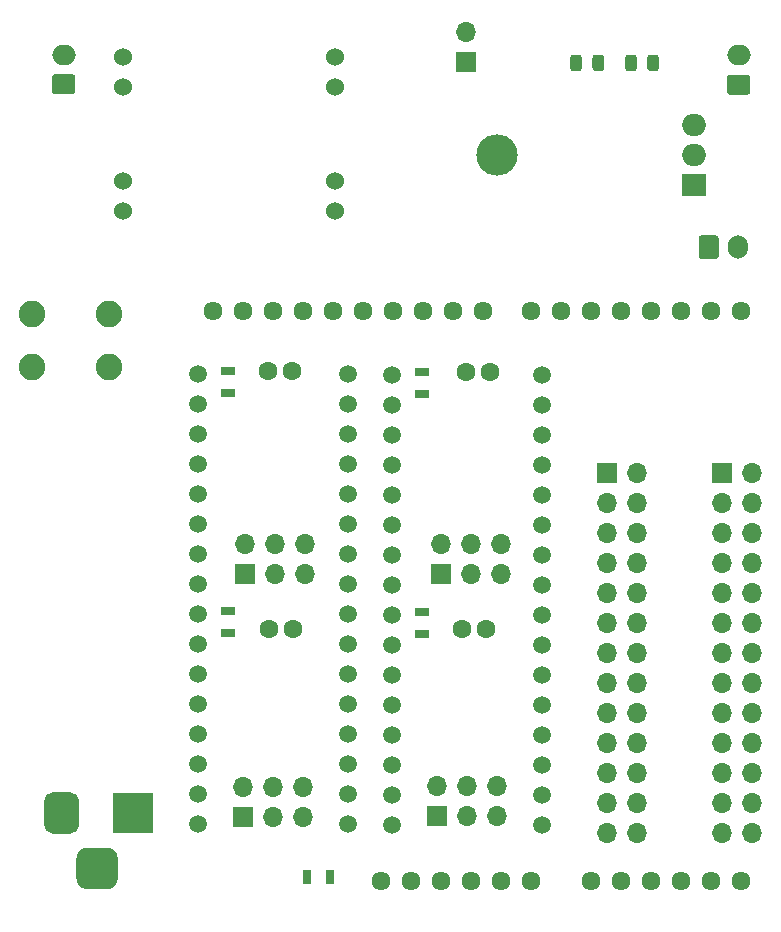
<source format=gts>
%TF.GenerationSoftware,KiCad,Pcbnew,5.1.6-c6e7f7d~87~ubuntu20.04.1*%
%TF.CreationDate,2021-10-29T23:24:48+02:00*%
%TF.ProjectId,sb-cnc-shield,73622d63-6e63-42d7-9368-69656c642e6b,rev?*%
%TF.SameCoordinates,Original*%
%TF.FileFunction,Soldermask,Top*%
%TF.FilePolarity,Negative*%
%FSLAX46Y46*%
G04 Gerber Fmt 4.6, Leading zero omitted, Abs format (unit mm)*
G04 Created by KiCad (PCBNEW 5.1.6-c6e7f7d~87~ubuntu20.04.1) date 2021-10-29 23:24:48*
%MOMM*%
%LPD*%
G01*
G04 APERTURE LIST*
%ADD10O,2.000000X1.700000*%
%ADD11C,1.610000*%
%ADD12C,2.250000*%
%ADD13C,1.510000*%
%ADD14R,1.300000X0.700000*%
%ADD15R,0.700000X1.300000*%
%ADD16R,3.500000X3.500000*%
%ADD17C,1.600000*%
%ADD18R,1.700000X1.700000*%
%ADD19O,1.700000X1.700000*%
%ADD20O,3.500000X3.500000*%
%ADD21R,2.000000X1.905000*%
%ADD22O,2.000000X1.905000*%
%ADD23O,1.700000X2.000000*%
%ADD24C,1.524000*%
G04 APERTURE END LIST*
%TO.C,pi_5V1*%
G36*
G01*
X120790000Y-50583200D02*
X119290000Y-50583200D01*
G75*
G02*
X119040000Y-50333200I0J250000D01*
G01*
X119040000Y-49133200D01*
G75*
G02*
X119290000Y-48883200I250000J0D01*
G01*
X120790000Y-48883200D01*
G75*
G02*
X121040000Y-49133200I0J-250000D01*
G01*
X121040000Y-50333200D01*
G75*
G02*
X120790000Y-50583200I-250000J0D01*
G01*
G37*
D10*
X120040000Y-47233200D03*
%TD*%
D11*
%TO.C,U1*%
X177358000Y-117180000D03*
X174818000Y-117180000D03*
X172278000Y-117180000D03*
X164658000Y-117180000D03*
X167198000Y-117180000D03*
X169738000Y-117180000D03*
X159578000Y-117180000D03*
X157038000Y-117180000D03*
X154498000Y-117180000D03*
X149418000Y-117180000D03*
X146878000Y-117180000D03*
X177358000Y-68920000D03*
X174818000Y-68920000D03*
X172278000Y-68920000D03*
X169738000Y-68920000D03*
X167198000Y-68920000D03*
X164658000Y-68920000D03*
X162118000Y-68920000D03*
X159578000Y-68920000D03*
X155514000Y-68920000D03*
X152974000Y-68920000D03*
X150434000Y-68920000D03*
X147894000Y-68920000D03*
X145354000Y-68920000D03*
X142814000Y-68920000D03*
X140274000Y-68920000D03*
X137734000Y-68920000D03*
X151958000Y-117180000D03*
X135194000Y-68920000D03*
X132654000Y-68920000D03*
%TD*%
D12*
%TO.C,SW1*%
X117348000Y-73689600D03*
X123848000Y-73689600D03*
X117348000Y-69189600D03*
X123848000Y-69189600D03*
%TD*%
D13*
%TO.C,U2*%
X131445000Y-74295000D03*
X131445000Y-76835000D03*
X131445000Y-79375000D03*
X131445000Y-81915000D03*
X131445000Y-84455000D03*
X131445000Y-86995000D03*
X131445000Y-89535000D03*
X131445000Y-92075000D03*
X144145000Y-92075000D03*
X144145000Y-89535000D03*
X144145000Y-86995000D03*
X144145000Y-84455000D03*
X144145000Y-81915000D03*
X144145000Y-79375000D03*
X144145000Y-76835000D03*
X144145000Y-74295000D03*
%TD*%
%TO.C,U4*%
X131445000Y-94615000D03*
X131445000Y-97155000D03*
X131445000Y-99695000D03*
X131445000Y-102235000D03*
X131445000Y-104775000D03*
X131445000Y-107315000D03*
X131445000Y-109855000D03*
X131445000Y-112395000D03*
X144145000Y-112395000D03*
X144145000Y-109855000D03*
X144145000Y-107315000D03*
X144145000Y-104775000D03*
X144145000Y-102235000D03*
X144145000Y-99695000D03*
X144145000Y-97155000D03*
X144145000Y-94615000D03*
%TD*%
%TO.C,U5*%
X147879000Y-94691200D03*
X147879000Y-97231200D03*
X147879000Y-99771200D03*
X147879000Y-102311200D03*
X147879000Y-104851200D03*
X147879000Y-107391200D03*
X147879000Y-109931200D03*
X147879000Y-112471200D03*
X160579000Y-112471200D03*
X160579000Y-109931200D03*
X160579000Y-107391200D03*
X160579000Y-104851200D03*
X160579000Y-102311200D03*
X160579000Y-99771200D03*
X160579000Y-97231200D03*
X160579000Y-94691200D03*
%TD*%
%TO.C,U3*%
X147803000Y-74371200D03*
X147803000Y-76911200D03*
X147803000Y-79451200D03*
X147803000Y-81991200D03*
X147803000Y-84531200D03*
X147803000Y-87071200D03*
X147803000Y-89611200D03*
X147803000Y-92151200D03*
X160503000Y-92151200D03*
X160503000Y-89611200D03*
X160503000Y-87071200D03*
X160503000Y-84531200D03*
X160503000Y-81991200D03*
X160503000Y-79451200D03*
X160503000Y-76911200D03*
X160503000Y-74371200D03*
%TD*%
D14*
%TO.C,R1*%
X133985000Y-75880000D03*
X133985000Y-73980000D03*
%TD*%
%TO.C,R2*%
X150343000Y-75956200D03*
X150343000Y-74056200D03*
%TD*%
%TO.C,R3*%
X133985000Y-96200000D03*
X133985000Y-94300000D03*
%TD*%
%TO.C,R4*%
X150419000Y-96276200D03*
X150419000Y-94376200D03*
%TD*%
D15*
%TO.C,R5*%
X142555000Y-116891000D03*
X140655000Y-116891000D03*
%TD*%
D16*
%TO.C,P8*%
X125868000Y-111430000D03*
G36*
G01*
X118368000Y-112430000D02*
X118368000Y-110430000D01*
G75*
G02*
X119118000Y-109680000I750000J0D01*
G01*
X120618000Y-109680000D01*
G75*
G02*
X121368000Y-110430000I0J-750000D01*
G01*
X121368000Y-112430000D01*
G75*
G02*
X120618000Y-113180000I-750000J0D01*
G01*
X119118000Y-113180000D01*
G75*
G02*
X118368000Y-112430000I0J750000D01*
G01*
G37*
G36*
G01*
X121118000Y-117005000D02*
X121118000Y-115255000D01*
G75*
G02*
X121993000Y-114380000I875000J0D01*
G01*
X123743000Y-114380000D01*
G75*
G02*
X124618000Y-115255000I0J-875000D01*
G01*
X124618000Y-117005000D01*
G75*
G02*
X123743000Y-117880000I-875000J0D01*
G01*
X121993000Y-117880000D01*
G75*
G02*
X121118000Y-117005000I0J875000D01*
G01*
G37*
%TD*%
D17*
%TO.C,C1*%
X137368000Y-74046100D03*
X139368000Y-74046100D03*
%TD*%
%TO.C,C2*%
X156122000Y-74117200D03*
X154122000Y-74117200D03*
%TD*%
%TO.C,C3*%
X137464000Y-95844400D03*
X139464000Y-95844400D03*
%TD*%
%TO.C,C4*%
X155766000Y-95844400D03*
X153766000Y-95844400D03*
%TD*%
D18*
%TO.C,P10*%
X154102000Y-47879000D03*
D19*
X154102000Y-45339000D03*
%TD*%
D20*
%TO.C,Q0*%
X156720000Y-55727600D03*
D21*
X173380000Y-58267600D03*
D22*
X173380000Y-55727600D03*
X173380000Y-53187600D03*
%TD*%
%TO.C,R6*%
G36*
G01*
X169462000Y-48386050D02*
X169462000Y-47473550D01*
G75*
G02*
X169705750Y-47229800I243750J0D01*
G01*
X170193250Y-47229800D01*
G75*
G02*
X170437000Y-47473550I0J-243750D01*
G01*
X170437000Y-48386050D01*
G75*
G02*
X170193250Y-48629800I-243750J0D01*
G01*
X169705750Y-48629800D01*
G75*
G02*
X169462000Y-48386050I0J243750D01*
G01*
G37*
G36*
G01*
X167587000Y-48386050D02*
X167587000Y-47473550D01*
G75*
G02*
X167830750Y-47229800I243750J0D01*
G01*
X168318250Y-47229800D01*
G75*
G02*
X168562000Y-47473550I0J-243750D01*
G01*
X168562000Y-48386050D01*
G75*
G02*
X168318250Y-48629800I-243750J0D01*
G01*
X167830750Y-48629800D01*
G75*
G02*
X167587000Y-48386050I0J243750D01*
G01*
G37*
%TD*%
%TO.C,R7*%
G36*
G01*
X162938000Y-48386050D02*
X162938000Y-47473550D01*
G75*
G02*
X163181750Y-47229800I243750J0D01*
G01*
X163669250Y-47229800D01*
G75*
G02*
X163913000Y-47473550I0J-243750D01*
G01*
X163913000Y-48386050D01*
G75*
G02*
X163669250Y-48629800I-243750J0D01*
G01*
X163181750Y-48629800D01*
G75*
G02*
X162938000Y-48386050I0J243750D01*
G01*
G37*
G36*
G01*
X164813000Y-48386050D02*
X164813000Y-47473550D01*
G75*
G02*
X165056750Y-47229800I243750J0D01*
G01*
X165544250Y-47229800D01*
G75*
G02*
X165788000Y-47473550I0J-243750D01*
G01*
X165788000Y-48386050D01*
G75*
G02*
X165544250Y-48629800I-243750J0D01*
G01*
X165056750Y-48629800D01*
G75*
G02*
X164813000Y-48386050I0J243750D01*
G01*
G37*
%TD*%
%TO.C,l_pwr1*%
G36*
G01*
X177940400Y-50634000D02*
X176440400Y-50634000D01*
G75*
G02*
X176190400Y-50384000I0J250000D01*
G01*
X176190400Y-49184000D01*
G75*
G02*
X176440400Y-48934000I250000J0D01*
G01*
X177940400Y-48934000D01*
G75*
G02*
X178190400Y-49184000I0J-250000D01*
G01*
X178190400Y-50384000D01*
G75*
G02*
X177940400Y-50634000I-250000J0D01*
G01*
G37*
D10*
X177190400Y-47284000D03*
%TD*%
D23*
%TO.C,Pump1*%
X177150000Y-63525400D03*
G36*
G01*
X173800000Y-64275400D02*
X173800000Y-62775400D01*
G75*
G02*
X174050000Y-62525400I250000J0D01*
G01*
X175250000Y-62525400D01*
G75*
G02*
X175500000Y-62775400I0J-250000D01*
G01*
X175500000Y-64275400D01*
G75*
G02*
X175250000Y-64525400I-250000J0D01*
G01*
X174050000Y-64525400D01*
G75*
G02*
X173800000Y-64275400I0J250000D01*
G01*
G37*
%TD*%
D18*
%TO.C,conn26_1*%
X166030000Y-82651600D03*
D19*
X168570000Y-82651600D03*
X166030000Y-85191600D03*
X168570000Y-85191600D03*
X166030000Y-87731600D03*
X168570000Y-87731600D03*
X166030000Y-90271600D03*
X168570000Y-90271600D03*
X166030000Y-92811600D03*
X168570000Y-92811600D03*
X166030000Y-95351600D03*
X168570000Y-95351600D03*
X166030000Y-97891600D03*
X168570000Y-97891600D03*
X166030000Y-100431600D03*
X168570000Y-100431600D03*
X166030000Y-102971600D03*
X168570000Y-102971600D03*
X166030000Y-105511600D03*
X168570000Y-105511600D03*
X166030000Y-108051600D03*
X168570000Y-108051600D03*
X166030000Y-110591600D03*
X168570000Y-110591600D03*
X166030000Y-113131600D03*
X168570000Y-113131600D03*
%TD*%
D18*
%TO.C,conn26_0*%
X175743000Y-82651600D03*
D19*
X178283000Y-82651600D03*
X175743000Y-85191600D03*
X178283000Y-85191600D03*
X175743000Y-87731600D03*
X178283000Y-87731600D03*
X175743000Y-90271600D03*
X178283000Y-90271600D03*
X175743000Y-92811600D03*
X178283000Y-92811600D03*
X175743000Y-95351600D03*
X178283000Y-95351600D03*
X175743000Y-97891600D03*
X178283000Y-97891600D03*
X175743000Y-100431600D03*
X178283000Y-100431600D03*
X175743000Y-102971600D03*
X178283000Y-102971600D03*
X175743000Y-105511600D03*
X178283000Y-105511600D03*
X175743000Y-108051600D03*
X178283000Y-108051600D03*
X175743000Y-110591600D03*
X178283000Y-110591600D03*
X175743000Y-113131600D03*
X178283000Y-113131600D03*
%TD*%
D18*
%TO.C,MSA1*%
X151613000Y-111709000D03*
D19*
X151613000Y-109169000D03*
X154153000Y-111709000D03*
X154153000Y-109169000D03*
X156693000Y-111709000D03*
X156693000Y-109169000D03*
%TD*%
D18*
%TO.C,MSY1*%
X151968000Y-91211400D03*
D19*
X151968000Y-88671400D03*
X154508000Y-91211400D03*
X154508000Y-88671400D03*
X157048000Y-91211400D03*
X157048000Y-88671400D03*
%TD*%
%TO.C,MSZ1*%
X140335000Y-109195000D03*
X140335000Y-111735000D03*
X137795000Y-109195000D03*
X137795000Y-111735000D03*
X135255000Y-109195000D03*
D18*
X135255000Y-111735000D03*
%TD*%
%TO.C,MSX1*%
X135357000Y-91211400D03*
D19*
X135357000Y-88671400D03*
X137897000Y-91211400D03*
X137897000Y-88671400D03*
X140437000Y-91211400D03*
X140437000Y-88671400D03*
%TD*%
D24*
%TO.C,MP1584EN_DC-DC1*%
X143035800Y-47384200D03*
X143035800Y-49924200D03*
X143035800Y-57924200D03*
X143035800Y-60464200D03*
X125035800Y-57924200D03*
X125035800Y-60464200D03*
X125035800Y-49924200D03*
X125035800Y-47384200D03*
%TD*%
M02*

</source>
